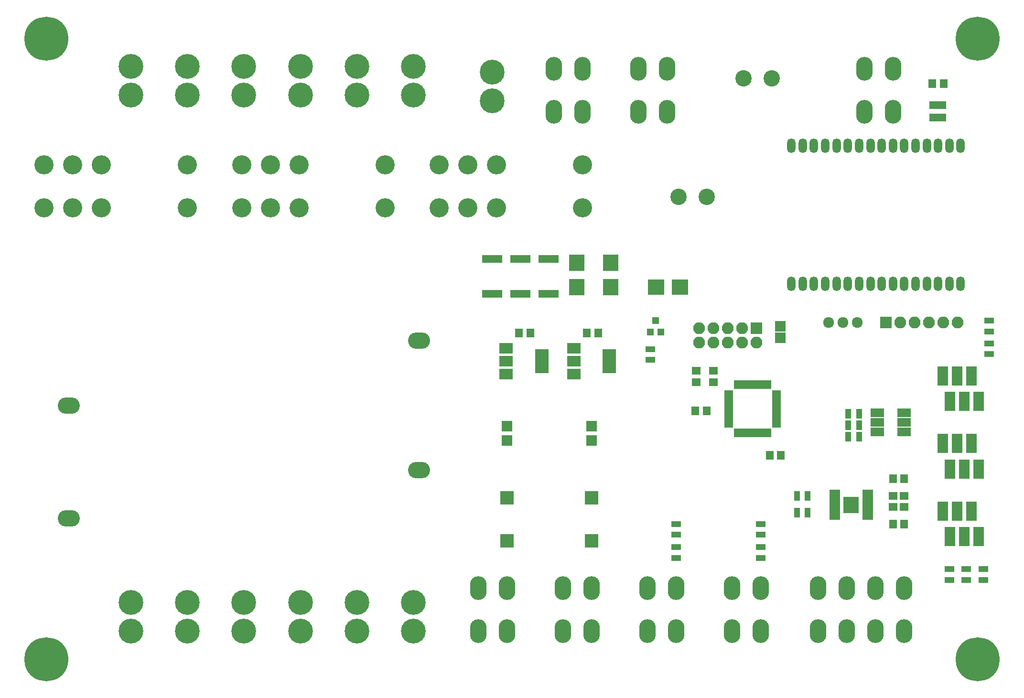
<source format=gbr>
G04 #@! TF.FileFunction,Soldermask,Top*
%FSLAX46Y46*%
G04 Gerber Fmt 4.6, Leading zero omitted, Abs format (unit mm)*
G04 Created by KiCad (PCBNEW 4.0.7-e2-6376~58~ubuntu16.04.1) date Sat Sep 15 23:25:49 2018*
%MOMM*%
%LPD*%
G01*
G04 APERTURE LIST*
%ADD10C,0.100000*%
%ADD11C,7.800000*%
%ADD12C,3.400000*%
%ADD13C,2.900000*%
%ADD14R,1.400000X1.650000*%
%ADD15R,1.650000X1.400000*%
%ADD16R,2.700000X2.900000*%
%ADD17R,2.900000X2.700000*%
%ADD18O,2.940000X4.210000*%
%ADD19R,2.100000X2.100000*%
%ADD20O,2.100000X2.100000*%
%ADD21R,1.700000X1.100000*%
%ADD22R,1.100000X1.700000*%
%ADD23R,1.924000X1.924000*%
%ADD24R,1.200000X1.300000*%
%ADD25R,2.400000X4.200000*%
%ADD26R,2.400000X1.900000*%
%ADD27O,3.900000X2.900000*%
%ADD28O,1.500000X2.600000*%
%ADD29R,1.600000X1.000000*%
%ADD30R,1.000000X1.600000*%
%ADD31R,1.050000X1.460000*%
%ADD32R,1.900000X1.900000*%
%ADD33R,2.400000X2.400000*%
%ADD34C,1.924000*%
%ADD35R,1.900000X3.400000*%
%ADD36R,2.400000X1.500000*%
%ADD37R,3.600000X1.400000*%
%ADD38R,1.900000X0.850000*%
%ADD39R,2.710000X2.860000*%
%ADD40C,4.400000*%
G04 APERTURE END LIST*
D10*
D11*
X254970000Y-235000000D03*
X90000000Y-235000000D03*
X255000000Y-125000000D03*
D12*
X185000000Y-147380000D03*
X185000000Y-155000000D03*
X164680000Y-147380000D03*
X159600000Y-147380000D03*
X169760000Y-147380000D03*
X164680000Y-155000000D03*
X159600000Y-155000000D03*
X169760000Y-155000000D03*
D13*
X213500000Y-132000000D03*
X218500000Y-132000000D03*
D14*
X185754098Y-177128234D03*
X187754098Y-177128234D03*
X173754098Y-177128234D03*
X175754098Y-177128234D03*
D15*
X205148659Y-185841441D03*
X205148659Y-183841441D03*
X242000000Y-206000000D03*
X242000000Y-208000000D03*
D14*
X242000000Y-211000000D03*
X240000000Y-211000000D03*
D15*
X208148659Y-185841441D03*
X208148659Y-183841441D03*
D14*
X242000000Y-203000000D03*
X240000000Y-203000000D03*
X207000000Y-191000000D03*
X205000000Y-191000000D03*
X220148659Y-198841441D03*
X218148659Y-198841441D03*
X247000000Y-133000000D03*
X249000000Y-133000000D03*
D16*
X190000000Y-164700000D03*
X190000000Y-169000000D03*
D17*
X202300000Y-169000000D03*
X198000000Y-169000000D03*
D18*
X185000000Y-138000000D03*
X185000000Y-130380000D03*
X179920000Y-138000000D03*
X179920000Y-130380000D03*
D19*
X215808659Y-176301441D03*
D20*
X215808659Y-178841441D03*
X213268659Y-176301441D03*
X213268659Y-178841441D03*
X210728659Y-176301441D03*
X210728659Y-178841441D03*
X208188659Y-176301441D03*
X208188659Y-178841441D03*
X205648659Y-176301441D03*
X205648659Y-178841441D03*
D18*
X226760000Y-222380000D03*
X226760000Y-230000000D03*
X231840000Y-222380000D03*
X231840000Y-230000000D03*
X242000000Y-222380000D03*
X236920000Y-222380000D03*
X236920000Y-230000000D03*
X242000000Y-230000000D03*
X196500000Y-222380000D03*
X196500000Y-230000000D03*
X201580000Y-222380000D03*
X201580000Y-230000000D03*
X166500000Y-222380000D03*
X166500000Y-230000000D03*
X171580000Y-222380000D03*
X171580000Y-230000000D03*
X181500000Y-222380000D03*
X181500000Y-230000000D03*
X186580000Y-222380000D03*
X186580000Y-230000000D03*
X211500000Y-222380000D03*
X211500000Y-230000000D03*
X216580000Y-222380000D03*
X216580000Y-230000000D03*
D12*
X115000000Y-147380000D03*
X115000000Y-155000000D03*
X94680000Y-147380000D03*
X89600000Y-147380000D03*
X99760000Y-147380000D03*
X94680000Y-155000000D03*
X89600000Y-155000000D03*
X99760000Y-155000000D03*
X150000000Y-147380000D03*
X150000000Y-155000000D03*
X129680000Y-147380000D03*
X124600000Y-147380000D03*
X134760000Y-147380000D03*
X129680000Y-155000000D03*
X124600000Y-155000000D03*
X134760000Y-155000000D03*
D21*
X257000000Y-175000000D03*
X257000000Y-176900000D03*
X257000000Y-179000000D03*
X257000000Y-180900000D03*
D22*
X232100000Y-195500000D03*
X234000000Y-195500000D03*
X232100000Y-193500000D03*
X234000000Y-193500000D03*
X232100000Y-191500000D03*
X234000000Y-191500000D03*
D21*
X253000000Y-220900000D03*
X253000000Y-219000000D03*
X250000000Y-220900000D03*
X250000000Y-219000000D03*
D22*
X223000000Y-206000000D03*
X224900000Y-206000000D03*
X223000000Y-209000000D03*
X224900000Y-209000000D03*
D21*
X256000000Y-220900000D03*
X256000000Y-219000000D03*
X197000000Y-180000000D03*
X197000000Y-181900000D03*
X201580000Y-217000000D03*
X201580000Y-215100000D03*
X201580000Y-212900000D03*
X201580000Y-211000000D03*
X216580000Y-217000000D03*
X216580000Y-215100000D03*
X216580000Y-212900000D03*
X216580000Y-211000000D03*
D23*
X220000000Y-178000000D03*
X220000000Y-175968000D03*
D24*
X197000000Y-177000000D03*
X198900000Y-177000000D03*
X197950000Y-175000000D03*
D25*
X189754098Y-182128234D03*
D26*
X183454098Y-182128234D03*
X183454098Y-184428234D03*
X183454098Y-179828234D03*
D25*
X177754098Y-182128234D03*
D26*
X171454098Y-182128234D03*
X171454098Y-184428234D03*
X171454098Y-179828234D03*
D27*
X156000000Y-201500000D03*
X156000000Y-178500000D03*
X94000000Y-210000000D03*
X94000000Y-190000000D03*
D28*
X252000000Y-144000000D03*
X250000000Y-144000000D03*
X248000000Y-144000000D03*
X246000000Y-144000000D03*
X244000000Y-144000000D03*
X242000000Y-144000000D03*
X240000000Y-144000000D03*
X238000000Y-144000000D03*
X236000000Y-144000000D03*
X234000000Y-144000000D03*
X232000000Y-144000000D03*
X230000000Y-144000000D03*
X228000000Y-144000000D03*
X226000000Y-144000000D03*
X224000000Y-144000000D03*
X222000000Y-144000000D03*
X222000000Y-168400000D03*
X224000000Y-168400000D03*
X226000000Y-168400000D03*
X228000000Y-168400000D03*
X230000000Y-168400000D03*
X232000000Y-168400000D03*
X234000000Y-168400000D03*
X236000000Y-168400000D03*
X238000000Y-168400000D03*
X240000000Y-168400000D03*
X242000000Y-168400000D03*
X244000000Y-168400000D03*
X246000000Y-168400000D03*
X248000000Y-168400000D03*
X250000000Y-168400000D03*
X252000000Y-168400000D03*
D29*
X210898659Y-187791441D03*
X210898659Y-188591441D03*
X210898659Y-189391441D03*
X210898659Y-190191441D03*
X210898659Y-190991441D03*
X210898659Y-191791441D03*
X210898659Y-192591441D03*
X210898659Y-193391441D03*
D30*
X212348659Y-194841441D03*
X213148659Y-194841441D03*
X213948659Y-194841441D03*
X214748659Y-194841441D03*
X215548659Y-194841441D03*
X216348659Y-194841441D03*
X217148659Y-194841441D03*
X217948659Y-194841441D03*
D29*
X219398659Y-193391441D03*
X219398659Y-192591441D03*
X219398659Y-191791441D03*
X219398659Y-190991441D03*
X219398659Y-190191441D03*
X219398659Y-189391441D03*
X219398659Y-188591441D03*
X219398659Y-187791441D03*
D30*
X217948659Y-186341441D03*
X217148659Y-186341441D03*
X216348659Y-186341441D03*
X215548659Y-186341441D03*
X214748659Y-186341441D03*
X213948659Y-186341441D03*
X213148659Y-186341441D03*
X212348659Y-186341441D03*
D31*
X248900000Y-136800000D03*
X247950000Y-136800000D03*
X247000000Y-136800000D03*
X247000000Y-139000000D03*
X248900000Y-139000000D03*
X247950000Y-139000000D03*
D32*
X171580000Y-193680000D03*
X171580000Y-196220000D03*
D33*
X171580000Y-206380000D03*
X171580000Y-214000000D03*
D32*
X186580000Y-193680000D03*
X186580000Y-196220000D03*
D33*
X186580000Y-206380000D03*
X186580000Y-214000000D03*
D34*
X233680000Y-175260000D03*
X231140000Y-175260000D03*
X228600000Y-175260000D03*
D35*
X248825000Y-208750000D03*
X250095000Y-213250000D03*
X251365000Y-208750000D03*
X252635000Y-213250000D03*
X253905000Y-208750000D03*
X255175000Y-213250000D03*
X248825000Y-196750000D03*
X250095000Y-201250000D03*
X251365000Y-196750000D03*
X252635000Y-201250000D03*
X253905000Y-196750000D03*
X255175000Y-201250000D03*
X248825000Y-184750000D03*
X250095000Y-189250000D03*
X251365000Y-184750000D03*
X252635000Y-189250000D03*
X253905000Y-184750000D03*
X255175000Y-189250000D03*
D36*
X242000000Y-194700000D03*
X242000000Y-193000000D03*
X242000000Y-191300000D03*
X237200000Y-191300000D03*
X237200000Y-193000000D03*
X237200000Y-194700000D03*
D16*
X184000000Y-169000000D03*
X184000000Y-164700000D03*
D37*
X169000000Y-164000000D03*
X169000000Y-170200000D03*
X179000000Y-164000000D03*
X179000000Y-170200000D03*
X174000000Y-164000000D03*
X174000000Y-170200000D03*
D19*
X238760000Y-175260000D03*
D20*
X241300000Y-175260000D03*
X243840000Y-175260000D03*
X246380000Y-175260000D03*
X248920000Y-175260000D03*
X251460000Y-175260000D03*
D11*
X90000000Y-125000000D03*
D15*
X240000000Y-208000000D03*
X240000000Y-206000000D03*
D38*
X229650000Y-205325000D03*
X229650000Y-205975000D03*
X229650000Y-206625000D03*
X229650000Y-207275000D03*
X229650000Y-207925000D03*
X229650000Y-208575000D03*
X229650000Y-209225000D03*
X229650000Y-209875000D03*
X235550000Y-209875000D03*
X235550000Y-209225000D03*
X235550000Y-208575000D03*
X235550000Y-207925000D03*
X235550000Y-207275000D03*
X235550000Y-206625000D03*
X235550000Y-205975000D03*
X235550000Y-205325000D03*
D39*
X232600000Y-207600000D03*
D18*
X200000000Y-138000000D03*
X200000000Y-130380000D03*
X194920000Y-138000000D03*
X194920000Y-130380000D03*
X240000000Y-138000000D03*
X240000000Y-130380000D03*
X234920000Y-138000000D03*
X234920000Y-130380000D03*
D40*
X115000000Y-230000000D03*
X115000000Y-224920000D03*
X135000000Y-230000000D03*
X135000000Y-224920000D03*
X155000000Y-230000000D03*
X155000000Y-224920000D03*
X105000000Y-230000000D03*
X105000000Y-224920000D03*
X125000000Y-230000000D03*
X125000000Y-224920000D03*
X145000000Y-230000000D03*
X145000000Y-224920000D03*
X105000000Y-135000000D03*
X105000000Y-129920000D03*
X125000000Y-135000000D03*
X125000000Y-129920000D03*
X145000000Y-135000000D03*
X145000000Y-129920000D03*
X115000000Y-135000000D03*
X115000000Y-129920000D03*
X135000000Y-135000000D03*
X135000000Y-129920000D03*
X155000000Y-135000000D03*
X155000000Y-129920000D03*
X169000000Y-130920000D03*
X169000000Y-136000000D03*
D13*
X202000000Y-153000000D03*
X207000000Y-153000000D03*
M02*

</source>
